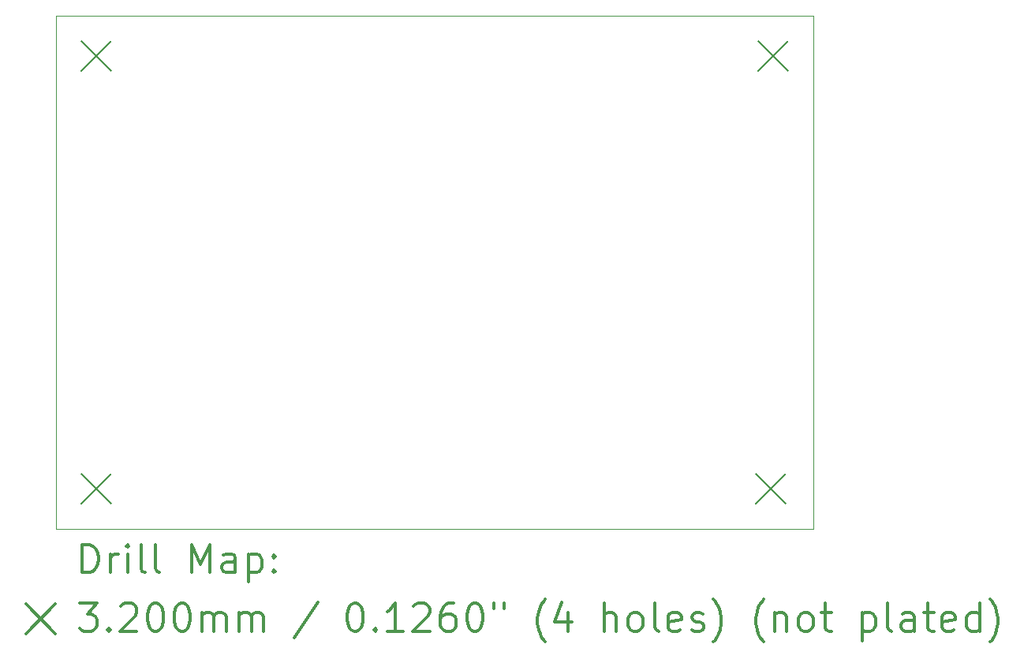
<source format=gbr>
%FSLAX45Y45*%
G04 Gerber Fmt 4.5, Leading zero omitted, Abs format (unit mm)*
G04 Created by KiCad (PCBNEW (5.1.10)-1) date 2021-11-19 16:29:33*
%MOMM*%
%LPD*%
G01*
G04 APERTURE LIST*
%TA.AperFunction,Profile*%
%ADD10C,0.050000*%
%TD*%
%ADD11C,0.200000*%
%ADD12C,0.300000*%
G04 APERTURE END LIST*
D10*
X3810000Y-10261600D02*
X3810000Y-4750000D01*
X11938000Y-10261600D02*
X3810000Y-10261600D01*
X11938000Y-4749800D02*
X11938000Y-10261600D01*
X3810000Y-4750000D02*
X11938000Y-4749800D01*
D11*
X4081800Y-5021600D02*
X4401800Y-5341600D01*
X4401800Y-5021600D02*
X4081800Y-5341600D01*
X4081800Y-9669800D02*
X4401800Y-9989800D01*
X4401800Y-9669800D02*
X4081800Y-9989800D01*
X11320800Y-9669800D02*
X11640800Y-9989800D01*
X11640800Y-9669800D02*
X11320800Y-9989800D01*
X11346200Y-5021600D02*
X11666200Y-5341600D01*
X11666200Y-5021600D02*
X11346200Y-5341600D01*
D12*
X4093928Y-10729814D02*
X4093928Y-10429814D01*
X4165357Y-10429814D01*
X4208214Y-10444100D01*
X4236786Y-10472672D01*
X4251071Y-10501243D01*
X4265357Y-10558386D01*
X4265357Y-10601243D01*
X4251071Y-10658386D01*
X4236786Y-10686957D01*
X4208214Y-10715529D01*
X4165357Y-10729814D01*
X4093928Y-10729814D01*
X4393928Y-10729814D02*
X4393928Y-10529814D01*
X4393928Y-10586957D02*
X4408214Y-10558386D01*
X4422500Y-10544100D01*
X4451071Y-10529814D01*
X4479643Y-10529814D01*
X4579643Y-10729814D02*
X4579643Y-10529814D01*
X4579643Y-10429814D02*
X4565357Y-10444100D01*
X4579643Y-10458386D01*
X4593928Y-10444100D01*
X4579643Y-10429814D01*
X4579643Y-10458386D01*
X4765357Y-10729814D02*
X4736786Y-10715529D01*
X4722500Y-10686957D01*
X4722500Y-10429814D01*
X4922500Y-10729814D02*
X4893928Y-10715529D01*
X4879643Y-10686957D01*
X4879643Y-10429814D01*
X5265357Y-10729814D02*
X5265357Y-10429814D01*
X5365357Y-10644100D01*
X5465357Y-10429814D01*
X5465357Y-10729814D01*
X5736786Y-10729814D02*
X5736786Y-10572672D01*
X5722500Y-10544100D01*
X5693928Y-10529814D01*
X5636786Y-10529814D01*
X5608214Y-10544100D01*
X5736786Y-10715529D02*
X5708214Y-10729814D01*
X5636786Y-10729814D01*
X5608214Y-10715529D01*
X5593928Y-10686957D01*
X5593928Y-10658386D01*
X5608214Y-10629814D01*
X5636786Y-10615529D01*
X5708214Y-10615529D01*
X5736786Y-10601243D01*
X5879643Y-10529814D02*
X5879643Y-10829814D01*
X5879643Y-10544100D02*
X5908214Y-10529814D01*
X5965357Y-10529814D01*
X5993928Y-10544100D01*
X6008214Y-10558386D01*
X6022500Y-10586957D01*
X6022500Y-10672672D01*
X6008214Y-10701243D01*
X5993928Y-10715529D01*
X5965357Y-10729814D01*
X5908214Y-10729814D01*
X5879643Y-10715529D01*
X6151071Y-10701243D02*
X6165357Y-10715529D01*
X6151071Y-10729814D01*
X6136786Y-10715529D01*
X6151071Y-10701243D01*
X6151071Y-10729814D01*
X6151071Y-10544100D02*
X6165357Y-10558386D01*
X6151071Y-10572672D01*
X6136786Y-10558386D01*
X6151071Y-10544100D01*
X6151071Y-10572672D01*
X3487500Y-11064100D02*
X3807500Y-11384100D01*
X3807500Y-11064100D02*
X3487500Y-11384100D01*
X4065357Y-11059814D02*
X4251071Y-11059814D01*
X4151071Y-11174100D01*
X4193928Y-11174100D01*
X4222500Y-11188386D01*
X4236786Y-11202671D01*
X4251071Y-11231243D01*
X4251071Y-11302671D01*
X4236786Y-11331243D01*
X4222500Y-11345529D01*
X4193928Y-11359814D01*
X4108214Y-11359814D01*
X4079643Y-11345529D01*
X4065357Y-11331243D01*
X4379643Y-11331243D02*
X4393928Y-11345529D01*
X4379643Y-11359814D01*
X4365357Y-11345529D01*
X4379643Y-11331243D01*
X4379643Y-11359814D01*
X4508214Y-11088386D02*
X4522500Y-11074100D01*
X4551071Y-11059814D01*
X4622500Y-11059814D01*
X4651071Y-11074100D01*
X4665357Y-11088386D01*
X4679643Y-11116957D01*
X4679643Y-11145529D01*
X4665357Y-11188386D01*
X4493928Y-11359814D01*
X4679643Y-11359814D01*
X4865357Y-11059814D02*
X4893928Y-11059814D01*
X4922500Y-11074100D01*
X4936786Y-11088386D01*
X4951071Y-11116957D01*
X4965357Y-11174100D01*
X4965357Y-11245529D01*
X4951071Y-11302671D01*
X4936786Y-11331243D01*
X4922500Y-11345529D01*
X4893928Y-11359814D01*
X4865357Y-11359814D01*
X4836786Y-11345529D01*
X4822500Y-11331243D01*
X4808214Y-11302671D01*
X4793928Y-11245529D01*
X4793928Y-11174100D01*
X4808214Y-11116957D01*
X4822500Y-11088386D01*
X4836786Y-11074100D01*
X4865357Y-11059814D01*
X5151071Y-11059814D02*
X5179643Y-11059814D01*
X5208214Y-11074100D01*
X5222500Y-11088386D01*
X5236786Y-11116957D01*
X5251071Y-11174100D01*
X5251071Y-11245529D01*
X5236786Y-11302671D01*
X5222500Y-11331243D01*
X5208214Y-11345529D01*
X5179643Y-11359814D01*
X5151071Y-11359814D01*
X5122500Y-11345529D01*
X5108214Y-11331243D01*
X5093928Y-11302671D01*
X5079643Y-11245529D01*
X5079643Y-11174100D01*
X5093928Y-11116957D01*
X5108214Y-11088386D01*
X5122500Y-11074100D01*
X5151071Y-11059814D01*
X5379643Y-11359814D02*
X5379643Y-11159814D01*
X5379643Y-11188386D02*
X5393928Y-11174100D01*
X5422500Y-11159814D01*
X5465357Y-11159814D01*
X5493928Y-11174100D01*
X5508214Y-11202671D01*
X5508214Y-11359814D01*
X5508214Y-11202671D02*
X5522500Y-11174100D01*
X5551071Y-11159814D01*
X5593928Y-11159814D01*
X5622500Y-11174100D01*
X5636786Y-11202671D01*
X5636786Y-11359814D01*
X5779643Y-11359814D02*
X5779643Y-11159814D01*
X5779643Y-11188386D02*
X5793928Y-11174100D01*
X5822500Y-11159814D01*
X5865357Y-11159814D01*
X5893928Y-11174100D01*
X5908214Y-11202671D01*
X5908214Y-11359814D01*
X5908214Y-11202671D02*
X5922500Y-11174100D01*
X5951071Y-11159814D01*
X5993928Y-11159814D01*
X6022500Y-11174100D01*
X6036786Y-11202671D01*
X6036786Y-11359814D01*
X6622500Y-11045529D02*
X6365357Y-11431243D01*
X7008214Y-11059814D02*
X7036786Y-11059814D01*
X7065357Y-11074100D01*
X7079643Y-11088386D01*
X7093928Y-11116957D01*
X7108214Y-11174100D01*
X7108214Y-11245529D01*
X7093928Y-11302671D01*
X7079643Y-11331243D01*
X7065357Y-11345529D01*
X7036786Y-11359814D01*
X7008214Y-11359814D01*
X6979643Y-11345529D01*
X6965357Y-11331243D01*
X6951071Y-11302671D01*
X6936786Y-11245529D01*
X6936786Y-11174100D01*
X6951071Y-11116957D01*
X6965357Y-11088386D01*
X6979643Y-11074100D01*
X7008214Y-11059814D01*
X7236786Y-11331243D02*
X7251071Y-11345529D01*
X7236786Y-11359814D01*
X7222500Y-11345529D01*
X7236786Y-11331243D01*
X7236786Y-11359814D01*
X7536786Y-11359814D02*
X7365357Y-11359814D01*
X7451071Y-11359814D02*
X7451071Y-11059814D01*
X7422500Y-11102672D01*
X7393928Y-11131243D01*
X7365357Y-11145529D01*
X7651071Y-11088386D02*
X7665357Y-11074100D01*
X7693928Y-11059814D01*
X7765357Y-11059814D01*
X7793928Y-11074100D01*
X7808214Y-11088386D01*
X7822500Y-11116957D01*
X7822500Y-11145529D01*
X7808214Y-11188386D01*
X7636786Y-11359814D01*
X7822500Y-11359814D01*
X8079643Y-11059814D02*
X8022500Y-11059814D01*
X7993928Y-11074100D01*
X7979643Y-11088386D01*
X7951071Y-11131243D01*
X7936786Y-11188386D01*
X7936786Y-11302671D01*
X7951071Y-11331243D01*
X7965357Y-11345529D01*
X7993928Y-11359814D01*
X8051071Y-11359814D01*
X8079643Y-11345529D01*
X8093928Y-11331243D01*
X8108214Y-11302671D01*
X8108214Y-11231243D01*
X8093928Y-11202671D01*
X8079643Y-11188386D01*
X8051071Y-11174100D01*
X7993928Y-11174100D01*
X7965357Y-11188386D01*
X7951071Y-11202671D01*
X7936786Y-11231243D01*
X8293928Y-11059814D02*
X8322500Y-11059814D01*
X8351071Y-11074100D01*
X8365357Y-11088386D01*
X8379643Y-11116957D01*
X8393928Y-11174100D01*
X8393928Y-11245529D01*
X8379643Y-11302671D01*
X8365357Y-11331243D01*
X8351071Y-11345529D01*
X8322500Y-11359814D01*
X8293928Y-11359814D01*
X8265357Y-11345529D01*
X8251071Y-11331243D01*
X8236786Y-11302671D01*
X8222500Y-11245529D01*
X8222500Y-11174100D01*
X8236786Y-11116957D01*
X8251071Y-11088386D01*
X8265357Y-11074100D01*
X8293928Y-11059814D01*
X8508214Y-11059814D02*
X8508214Y-11116957D01*
X8622500Y-11059814D02*
X8622500Y-11116957D01*
X9065357Y-11474100D02*
X9051071Y-11459814D01*
X9022500Y-11416957D01*
X9008214Y-11388386D01*
X8993928Y-11345529D01*
X8979643Y-11274100D01*
X8979643Y-11216957D01*
X8993928Y-11145529D01*
X9008214Y-11102672D01*
X9022500Y-11074100D01*
X9051071Y-11031243D01*
X9065357Y-11016957D01*
X9308214Y-11159814D02*
X9308214Y-11359814D01*
X9236786Y-11045529D02*
X9165357Y-11259814D01*
X9351071Y-11259814D01*
X9693928Y-11359814D02*
X9693928Y-11059814D01*
X9822500Y-11359814D02*
X9822500Y-11202671D01*
X9808214Y-11174100D01*
X9779643Y-11159814D01*
X9736786Y-11159814D01*
X9708214Y-11174100D01*
X9693928Y-11188386D01*
X10008214Y-11359814D02*
X9979643Y-11345529D01*
X9965357Y-11331243D01*
X9951071Y-11302671D01*
X9951071Y-11216957D01*
X9965357Y-11188386D01*
X9979643Y-11174100D01*
X10008214Y-11159814D01*
X10051071Y-11159814D01*
X10079643Y-11174100D01*
X10093928Y-11188386D01*
X10108214Y-11216957D01*
X10108214Y-11302671D01*
X10093928Y-11331243D01*
X10079643Y-11345529D01*
X10051071Y-11359814D01*
X10008214Y-11359814D01*
X10279643Y-11359814D02*
X10251071Y-11345529D01*
X10236786Y-11316957D01*
X10236786Y-11059814D01*
X10508214Y-11345529D02*
X10479643Y-11359814D01*
X10422500Y-11359814D01*
X10393928Y-11345529D01*
X10379643Y-11316957D01*
X10379643Y-11202671D01*
X10393928Y-11174100D01*
X10422500Y-11159814D01*
X10479643Y-11159814D01*
X10508214Y-11174100D01*
X10522500Y-11202671D01*
X10522500Y-11231243D01*
X10379643Y-11259814D01*
X10636786Y-11345529D02*
X10665357Y-11359814D01*
X10722500Y-11359814D01*
X10751071Y-11345529D01*
X10765357Y-11316957D01*
X10765357Y-11302671D01*
X10751071Y-11274100D01*
X10722500Y-11259814D01*
X10679643Y-11259814D01*
X10651071Y-11245529D01*
X10636786Y-11216957D01*
X10636786Y-11202671D01*
X10651071Y-11174100D01*
X10679643Y-11159814D01*
X10722500Y-11159814D01*
X10751071Y-11174100D01*
X10865357Y-11474100D02*
X10879643Y-11459814D01*
X10908214Y-11416957D01*
X10922500Y-11388386D01*
X10936786Y-11345529D01*
X10951071Y-11274100D01*
X10951071Y-11216957D01*
X10936786Y-11145529D01*
X10922500Y-11102672D01*
X10908214Y-11074100D01*
X10879643Y-11031243D01*
X10865357Y-11016957D01*
X11408214Y-11474100D02*
X11393928Y-11459814D01*
X11365357Y-11416957D01*
X11351071Y-11388386D01*
X11336786Y-11345529D01*
X11322500Y-11274100D01*
X11322500Y-11216957D01*
X11336786Y-11145529D01*
X11351071Y-11102672D01*
X11365357Y-11074100D01*
X11393928Y-11031243D01*
X11408214Y-11016957D01*
X11522500Y-11159814D02*
X11522500Y-11359814D01*
X11522500Y-11188386D02*
X11536786Y-11174100D01*
X11565357Y-11159814D01*
X11608214Y-11159814D01*
X11636786Y-11174100D01*
X11651071Y-11202671D01*
X11651071Y-11359814D01*
X11836786Y-11359814D02*
X11808214Y-11345529D01*
X11793928Y-11331243D01*
X11779643Y-11302671D01*
X11779643Y-11216957D01*
X11793928Y-11188386D01*
X11808214Y-11174100D01*
X11836786Y-11159814D01*
X11879643Y-11159814D01*
X11908214Y-11174100D01*
X11922500Y-11188386D01*
X11936786Y-11216957D01*
X11936786Y-11302671D01*
X11922500Y-11331243D01*
X11908214Y-11345529D01*
X11879643Y-11359814D01*
X11836786Y-11359814D01*
X12022500Y-11159814D02*
X12136786Y-11159814D01*
X12065357Y-11059814D02*
X12065357Y-11316957D01*
X12079643Y-11345529D01*
X12108214Y-11359814D01*
X12136786Y-11359814D01*
X12465357Y-11159814D02*
X12465357Y-11459814D01*
X12465357Y-11174100D02*
X12493928Y-11159814D01*
X12551071Y-11159814D01*
X12579643Y-11174100D01*
X12593928Y-11188386D01*
X12608214Y-11216957D01*
X12608214Y-11302671D01*
X12593928Y-11331243D01*
X12579643Y-11345529D01*
X12551071Y-11359814D01*
X12493928Y-11359814D01*
X12465357Y-11345529D01*
X12779643Y-11359814D02*
X12751071Y-11345529D01*
X12736786Y-11316957D01*
X12736786Y-11059814D01*
X13022500Y-11359814D02*
X13022500Y-11202671D01*
X13008214Y-11174100D01*
X12979643Y-11159814D01*
X12922500Y-11159814D01*
X12893928Y-11174100D01*
X13022500Y-11345529D02*
X12993928Y-11359814D01*
X12922500Y-11359814D01*
X12893928Y-11345529D01*
X12879643Y-11316957D01*
X12879643Y-11288386D01*
X12893928Y-11259814D01*
X12922500Y-11245529D01*
X12993928Y-11245529D01*
X13022500Y-11231243D01*
X13122500Y-11159814D02*
X13236786Y-11159814D01*
X13165357Y-11059814D02*
X13165357Y-11316957D01*
X13179643Y-11345529D01*
X13208214Y-11359814D01*
X13236786Y-11359814D01*
X13451071Y-11345529D02*
X13422500Y-11359814D01*
X13365357Y-11359814D01*
X13336786Y-11345529D01*
X13322500Y-11316957D01*
X13322500Y-11202671D01*
X13336786Y-11174100D01*
X13365357Y-11159814D01*
X13422500Y-11159814D01*
X13451071Y-11174100D01*
X13465357Y-11202671D01*
X13465357Y-11231243D01*
X13322500Y-11259814D01*
X13722500Y-11359814D02*
X13722500Y-11059814D01*
X13722500Y-11345529D02*
X13693928Y-11359814D01*
X13636786Y-11359814D01*
X13608214Y-11345529D01*
X13593928Y-11331243D01*
X13579643Y-11302671D01*
X13579643Y-11216957D01*
X13593928Y-11188386D01*
X13608214Y-11174100D01*
X13636786Y-11159814D01*
X13693928Y-11159814D01*
X13722500Y-11174100D01*
X13836786Y-11474100D02*
X13851071Y-11459814D01*
X13879643Y-11416957D01*
X13893928Y-11388386D01*
X13908214Y-11345529D01*
X13922500Y-11274100D01*
X13922500Y-11216957D01*
X13908214Y-11145529D01*
X13893928Y-11102672D01*
X13879643Y-11074100D01*
X13851071Y-11031243D01*
X13836786Y-11016957D01*
M02*

</source>
